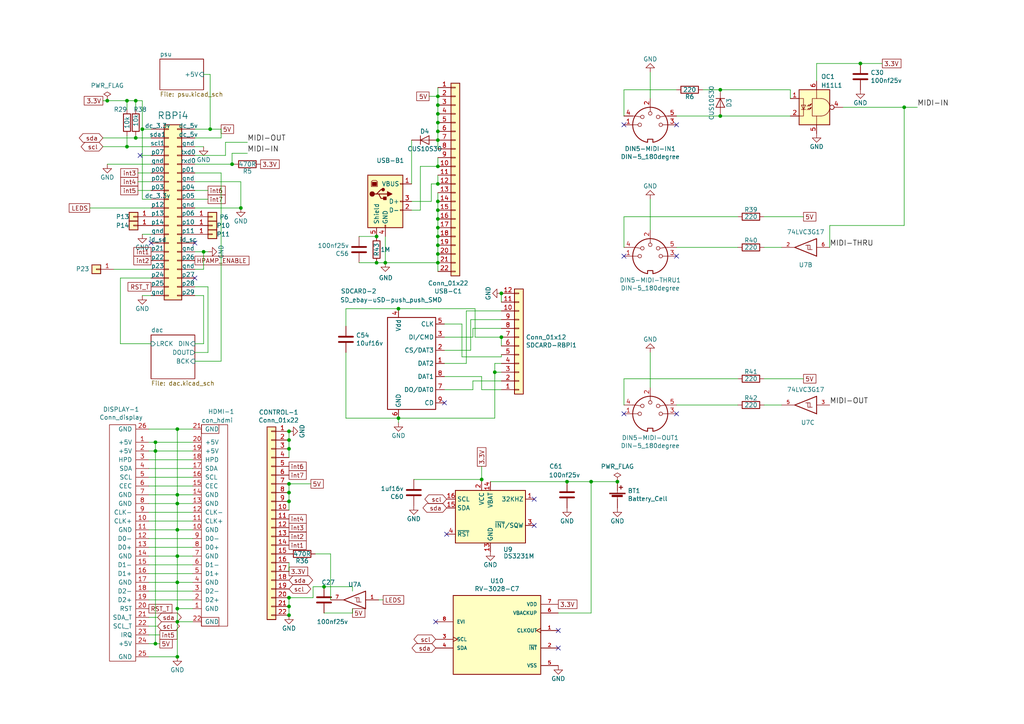
<source format=kicad_sch>
(kicad_sch (version 20211123) (generator eeschema)
  (paper "A4")
  (junction (at 83.82 130.175))
  (junction (at 179.07 139.7))
  (junction (at 127 60.96))
  (junction (at 127 40.64))
  (junction (at 67.31 47.625))
  (junction (at 31.115 29.21))
  (junction (at 115.57 89.535))
  (junction (at 164.465 139.7))
  (junction (at 45.085 186.69))
  (junction (at 45.085 128.27))
  (junction (at 51.435 124.46))
  (junction (at 51.435 161.29))
  (junction (at 208.915 33.655))
  (junction (at 51.435 176.53))
  (junction (at 51.435 180.34))
  (junction (at 36.83 29.21))
  (junction (at 51.435 168.91))
  (junction (at 83.82 125.095))
  (junction (at 127 38.1))
  (junction (at 127 33.02))
  (junction (at 83.82 127.635))
  (junction (at 39.37 29.21))
  (junction (at 36.83 42.545))
  (junction (at 41.275 37.465))
  (junction (at 262.255 31.115))
  (junction (at 127 63.5))
  (junction (at 143.51 107.95))
  (junction (at 83.82 145.415))
  (junction (at 60.96 37.465))
  (junction (at 208.915 26.035))
  (junction (at 51.435 143.51))
  (junction (at 83.82 142.875))
  (junction (at 171.45 139.7))
  (junction (at 115.57 121.285))
  (junction (at 127 53.34))
  (junction (at 109.22 76.2))
  (junction (at 93.98 170.18))
  (junction (at 83.82 175.895))
  (junction (at 139.7 139.065))
  (junction (at 51.435 153.67))
  (junction (at 127 35.56))
  (junction (at 127 68.58))
  (junction (at 127 58.42))
  (junction (at 145.415 85.09))
  (junction (at 109.22 68.58))
  (junction (at 83.82 178.435))
  (junction (at 127 73.66))
  (junction (at 127 76.2))
  (junction (at 83.82 173.355))
  (junction (at 69.85 60.325))
  (junction (at 127 48.26))
  (junction (at 145.415 97.79))
  (junction (at 111.76 76.2))
  (junction (at 83.82 140.335))
  (junction (at 51.435 190.5))
  (junction (at 45.085 130.81))
  (junction (at 249.555 18.415))
  (junction (at 127 30.48))
  (junction (at 127 71.12))
  (junction (at 59.055 73.025))
  (junction (at 51.435 146.05))
  (junction (at 127 66.04))
  (junction (at 127 27.94))
  (junction (at 39.37 40.005))
  (no_connect (at 180.975 74.295))
  (no_connect (at 196.215 74.295))
  (no_connect (at 154.94 152.4))
  (no_connect (at 154.94 144.78))
  (no_connect (at 196.215 36.195))
  (no_connect (at 129.54 154.94))
  (no_connect (at 180.975 36.195))
  (no_connect (at 126.365 180.34))
  (no_connect (at 40.64 45.085))
  (no_connect (at 56.515 70.485))
  (no_connect (at 161.925 187.96))
  (no_connect (at 161.925 182.88))
  (no_connect (at 56.515 80.645))
  (no_connect (at 43.815 70.485))
  (no_connect (at 180.975 120.015))
  (no_connect (at 128.905 116.84))
  (no_connect (at 196.215 120.015))
  (wire (pts (xy 69.85 52.705) (xy 69.85 60.325)))
  (wire (pts (xy 60.96 37.465) (xy 60.96 21.59)))
  (wire (pts (xy 208.915 33.655) (xy 229.235 33.655)))
  (wire (pts (xy 45.085 128.27) (xy 55.88 128.27)))
  (wire (pts (xy 125.095 58.42) (xy 125.095 53.34)))
  (wire (pts (xy 43.18 186.69) (xy 45.085 186.69)))
  (wire (pts (xy 244.475 31.115) (xy 262.255 31.115)))
  (wire (pts (xy 145.415 100.33) (xy 145.415 97.79)))
  (wire (pts (xy 171.45 139.7) (xy 179.07 139.7)))
  (wire (pts (xy 83.82 173.355) (xy 90.805 173.355)))
  (wire (pts (xy 213.995 109.855) (xy 180.975 109.855)))
  (wire (pts (xy 127 63.5) (xy 127 66.04)))
  (wire (pts (xy 226.695 117.475) (xy 221.615 117.475)))
  (wire (pts (xy 45.72 179.07) (xy 43.18 179.07)))
  (wire (pts (xy 43.18 135.89) (xy 55.88 135.89)))
  (wire (pts (xy 127 71.12) (xy 127 73.66)))
  (wire (pts (xy 135.255 105.41) (xy 135.255 90.17)))
  (wire (pts (xy 40.005 55.245) (xy 43.815 55.245)))
  (wire (pts (xy 262.255 31.115) (xy 266.065 31.115)))
  (wire (pts (xy 36.83 31.75) (xy 36.83 29.21)))
  (wire (pts (xy 56.515 45.085) (xy 65.405 45.085)))
  (wire (pts (xy 41.275 37.465) (xy 41.275 57.785)))
  (wire (pts (xy 45.085 186.69) (xy 46.355 186.69)))
  (wire (pts (xy 67.31 44.45) (xy 67.31 47.625)))
  (wire (pts (xy 125.095 53.34) (xy 127 53.34)))
  (wire (pts (xy 203.835 26.035) (xy 208.915 26.035)))
  (wire (pts (xy 145.415 113.03) (xy 139.7 113.03)))
  (wire (pts (xy 128.905 97.79) (xy 137.16 97.79)))
  (wire (pts (xy 119.38 40.64) (xy 119.38 53.34)))
  (wire (pts (xy 43.18 168.91) (xy 51.435 168.91)))
  (wire (pts (xy 51.435 180.34) (xy 51.435 190.5)))
  (wire (pts (xy 145.415 110.49) (xy 137.16 110.49)))
  (wire (pts (xy 56.515 57.785) (xy 60.325 57.785)))
  (wire (pts (xy 39.37 29.21) (xy 41.275 29.21)))
  (wire (pts (xy 60.325 83.185) (xy 56.515 83.185)))
  (wire (pts (xy 119.38 60.96) (xy 121.92 60.96)))
  (wire (pts (xy 45.72 181.61) (xy 43.18 181.61)))
  (wire (pts (xy 43.18 151.13) (xy 55.88 151.13)))
  (wire (pts (xy 196.215 117.475) (xy 213.995 117.475)))
  (wire (pts (xy 100.33 121.285) (xy 115.57 121.285)))
  (wire (pts (xy 188.595 28.575) (xy 188.595 20.955)))
  (wire (pts (xy 56.515 85.725) (xy 59.055 85.725)))
  (wire (pts (xy 111.76 76.2) (xy 127 76.2)))
  (wire (pts (xy 249.555 18.415) (xy 255.905 18.415)))
  (wire (pts (xy 65.405 41.275) (xy 71.755 41.275)))
  (wire (pts (xy 137.795 89.535) (xy 137.795 97.79)))
  (wire (pts (xy 136.525 101.6) (xy 136.525 92.71)))
  (wire (pts (xy 143.51 107.95) (xy 143.51 105.41)))
  (wire (pts (xy 124.46 27.94) (xy 127 27.94)))
  (wire (pts (xy 41.275 37.465) (xy 43.815 37.465)))
  (wire (pts (xy 45.085 186.69) (xy 45.085 130.81)))
  (wire (pts (xy 43.815 42.545) (xy 36.83 42.545)))
  (wire (pts (xy 213.995 62.865) (xy 180.975 62.865)))
  (wire (pts (xy 102.235 170.18) (xy 102.235 171.45)))
  (wire (pts (xy 51.435 143.51) (xy 51.435 146.05)))
  (wire (pts (xy 43.18 146.05) (xy 51.435 146.05)))
  (wire (pts (xy 83.82 173.355) (xy 83.82 175.895)))
  (wire (pts (xy 115.57 89.535) (xy 137.795 89.535)))
  (wire (pts (xy 36.83 29.21) (xy 39.37 29.21)))
  (wire (pts (xy 51.435 168.91) (xy 55.88 168.91)))
  (wire (pts (xy 51.435 146.05) (xy 55.88 146.05)))
  (wire (pts (xy 115.57 121.285) (xy 115.57 122.555)))
  (wire (pts (xy 119.38 58.42) (xy 125.095 58.42)))
  (wire (pts (xy 51.435 124.46) (xy 51.435 143.51)))
  (wire (pts (xy 59.055 73.025) (xy 60.325 73.025)))
  (wire (pts (xy 127 33.02) (xy 127 30.48)))
  (wire (pts (xy 102.235 176.53) (xy 102.235 177.8)))
  (wire (pts (xy 127 38.1) (xy 127 35.56)))
  (wire (pts (xy 43.815 85.725) (xy 41.275 85.725)))
  (wire (pts (xy 43.18 143.51) (xy 51.435 143.51)))
  (wire (pts (xy 56.515 60.325) (xy 69.85 60.325)))
  (wire (pts (xy 60.96 37.465) (xy 64.135 37.465)))
  (wire (pts (xy 60.96 21.59) (xy 59.055 21.59)))
  (wire (pts (xy 43.18 156.21) (xy 55.88 156.21)))
  (wire (pts (xy 64.135 104.775) (xy 56.515 104.775)))
  (wire (pts (xy 56.515 37.465) (xy 60.96 37.465)))
  (wire (pts (xy 45.085 130.81) (xy 55.88 130.81)))
  (wire (pts (xy 127 40.64) (xy 127 38.1)))
  (wire (pts (xy 51.435 161.29) (xy 55.88 161.29)))
  (wire (pts (xy 43.18 158.75) (xy 55.88 158.75)))
  (wire (pts (xy 71.755 44.45) (xy 67.31 44.45)))
  (wire (pts (xy 127 55.88) (xy 127 58.42)))
  (wire (pts (xy 127 66.04) (xy 127 68.58)))
  (wire (pts (xy 51.435 153.67) (xy 51.435 161.29)))
  (wire (pts (xy 56.515 55.245) (xy 60.325 55.245)))
  (wire (pts (xy 60.325 102.235) (xy 60.325 83.185)))
  (wire (pts (xy 36.83 39.37) (xy 36.83 42.545)))
  (wire (pts (xy 180.975 62.865) (xy 180.975 71.755)))
  (wire (pts (xy 33.02 78.105) (xy 43.815 78.105)))
  (wire (pts (xy 133.985 93.98) (xy 133.985 103.505)))
  (wire (pts (xy 128.905 93.98) (xy 133.985 93.98)))
  (wire (pts (xy 83.82 125.095) (xy 83.82 127.635)))
  (wire (pts (xy 128.905 101.6) (xy 136.525 101.6)))
  (wire (pts (xy 59.055 78.105) (xy 59.055 73.025)))
  (wire (pts (xy 139.7 135.255) (xy 139.7 139.065)))
  (wire (pts (xy 83.82 127.635) (xy 83.82 130.175)))
  (wire (pts (xy 137.16 97.79) (xy 137.16 95.25)))
  (wire (pts (xy 51.435 190.5) (xy 43.18 190.5)))
  (wire (pts (xy 59.055 85.725) (xy 59.055 99.695)))
  (wire (pts (xy 139.7 113.03) (xy 139.7 109.22)))
  (wire (pts (xy 135.255 90.17) (xy 145.415 90.17)))
  (wire (pts (xy 83.82 163.195) (xy 83.82 165.735)))
  (wire (pts (xy 127 78.74) (xy 127 76.2)))
  (wire (pts (xy 145.415 107.95) (xy 143.51 107.95)))
  (wire (pts (xy 240.665 71.755) (xy 240.665 65.405)))
  (wire (pts (xy 43.18 163.83) (xy 55.88 163.83)))
  (wire (pts (xy 43.815 60.325) (xy 26.035 60.325)))
  (wire (pts (xy 43.815 67.945) (xy 41.275 67.945)))
  (wire (pts (xy 180.975 26.035) (xy 180.975 33.655)))
  (wire (pts (xy 127 27.94) (xy 127 25.4)))
  (wire (pts (xy 143.51 121.285) (xy 143.51 107.95)))
  (wire (pts (xy 127 35.56) (xy 127 33.02)))
  (wire (pts (xy 36.83 42.545) (xy 29.845 42.545)))
  (wire (pts (xy 90.805 170.18) (xy 93.98 170.18)))
  (wire (pts (xy 43.18 173.99) (xy 55.88 173.99)))
  (wire (pts (xy 127 30.48) (xy 127 27.94)))
  (wire (pts (xy 127 53.34) (xy 127 50.8)))
  (wire (pts (xy 171.45 139.7) (xy 171.45 177.8)))
  (wire (pts (xy 262.255 65.405) (xy 262.255 31.115)))
  (wire (pts (xy 31.115 47.625) (xy 43.815 47.625)))
  (wire (pts (xy 56.515 50.165) (xy 64.135 50.165)))
  (wire (pts (xy 137.16 113.03) (xy 128.905 113.03)))
  (wire (pts (xy 171.45 177.8) (xy 161.925 177.8)))
  (wire (pts (xy 56.515 52.705) (xy 69.85 52.705)))
  (wire (pts (xy 51.435 168.91) (xy 51.435 176.53)))
  (wire (pts (xy 43.18 153.67) (xy 51.435 153.67)))
  (wire (pts (xy 137.16 110.49) (xy 137.16 113.03)))
  (wire (pts (xy 43.18 161.29) (xy 51.435 161.29)))
  (wire (pts (xy 40.64 45.085) (xy 43.815 45.085)))
  (wire (pts (xy 43.815 57.785) (xy 41.275 57.785)))
  (wire (pts (xy 188.595 112.395) (xy 188.595 102.235)))
  (wire (pts (xy 43.18 133.35) (xy 55.88 133.35)))
  (wire (pts (xy 221.615 71.755) (xy 226.695 71.755)))
  (wire (pts (xy 43.18 124.46) (xy 51.435 124.46)))
  (wire (pts (xy 139.7 109.22) (xy 128.905 109.22)))
  (wire (pts (xy 137.795 97.79) (xy 145.415 97.79)))
  (wire (pts (xy 100.33 102.235) (xy 100.33 121.285)))
  (wire (pts (xy 196.215 26.035) (xy 180.975 26.035)))
  (wire (pts (xy 127 43.18) (xy 127 40.64)))
  (wire (pts (xy 43.18 184.15) (xy 46.355 184.15)))
  (wire (pts (xy 83.82 145.415) (xy 83.82 147.955)))
  (wire (pts (xy 56.515 42.545) (xy 59.055 42.545)))
  (wire (pts (xy 43.18 148.59) (xy 55.88 148.59)))
  (wire (pts (xy 127 58.42) (xy 127 60.96)))
  (wire (pts (xy 115.57 121.285) (xy 143.51 121.285)))
  (wire (pts (xy 93.98 177.8) (xy 102.235 177.8)))
  (wire (pts (xy 39.37 31.75) (xy 39.37 29.21)))
  (wire (pts (xy 65.405 45.085) (xy 65.405 41.275)))
  (wire (pts (xy 164.465 139.7) (xy 171.45 139.7)))
  (wire (pts (xy 83.82 130.175) (xy 83.82 132.715)))
  (wire (pts (xy 83.82 140.335) (xy 83.82 142.875)))
  (wire (pts (xy 59.055 99.695) (xy 56.515 99.695)))
  (wire (pts (xy 128.905 105.41) (xy 135.255 105.41)))
  (wire (pts (xy 56.515 102.235) (xy 60.325 102.235)))
  (wire (pts (xy 83.82 142.875) (xy 83.82 145.415)))
  (wire (pts (xy 133.985 103.505) (xy 145.415 103.505)))
  (wire (pts (xy 56.515 73.025) (xy 59.055 73.025)))
  (wire (pts (xy 39.37 40.005) (xy 29.845 40.005)))
  (wire (pts (xy 43.18 128.27) (xy 45.085 128.27)))
  (wire (pts (xy 40.005 52.705) (xy 43.815 52.705)))
  (wire (pts (xy 100.33 94.615) (xy 100.33 89.535)))
  (wire (pts (xy 90.17 140.335) (xy 83.82 140.335)))
  (wire (pts (xy 83.82 175.895) (xy 83.82 178.435)))
  (wire (pts (xy 64.135 50.165) (xy 64.135 104.775)))
  (wire (pts (xy 51.435 143.51) (xy 55.88 143.51)))
  (wire (pts (xy 34.925 80.645) (xy 34.925 99.695)))
  (wire (pts (xy 64.135 40.005) (xy 56.515 40.005)))
  (wire (pts (xy 127 68.58) (xy 127 71.12)))
  (wire (pts (xy 229.235 26.035) (xy 229.235 28.575)))
  (wire (pts (xy 51.435 124.46) (xy 55.88 124.46)))
  (wire (pts (xy 36.83 29.21) (xy 31.115 29.21)))
  (wire (pts (xy 139.7 139.065) (xy 139.7 139.7)))
  (wire (pts (xy 142.24 139.7) (xy 164.465 139.7)))
  (wire (pts (xy 51.435 153.67) (xy 55.88 153.67)))
  (wire (pts (xy 51.435 176.53) (xy 51.435 180.34)))
  (wire (pts (xy 127 48.26) (xy 127 45.72)))
  (wire (pts (xy 136.525 92.71) (xy 145.415 92.71)))
  (wire (pts (xy 221.615 109.855) (xy 233.045 109.855)))
  (wire (pts (xy 41.275 29.21) (xy 41.275 37.465)))
  (wire (pts (xy 40.005 50.165) (xy 43.815 50.165)))
  (wire (pts (xy 208.915 26.035) (xy 229.235 26.035)))
  (wire (pts (xy 43.18 171.45) (xy 55.88 171.45)))
  (wire (pts (xy 43.815 99.695) (xy 34.925 99.695)))
  (wire (pts (xy 213.995 71.755) (xy 196.215 71.755)))
  (wire (pts (xy 180.975 109.855) (xy 180.975 117.475)))
  (wire (pts (xy 143.51 105.41) (xy 145.415 105.41)))
  (wire (pts (xy 95.885 160.655) (xy 95.885 173.99)))
  (wire (pts (xy 64.135 37.465) (xy 64.135 40.005)))
  (wire (pts (xy 121.92 48.26) (xy 127 48.26)))
  (wire (pts (xy 120.015 139.065) (xy 139.7 139.065)))
  (wire (pts (xy 43.815 40.005) (xy 39.37 40.005)))
  (wire (pts (xy 51.435 180.34) (xy 55.88 180.34)))
  (wire (pts (xy 43.815 80.645) (xy 34.925 80.645)))
  (wire (pts (xy 31.115 29.21) (xy 29.845 29.21)))
  (wire (pts (xy 127 76.2) (xy 127 73.66)))
  (wire (pts (xy 196.215 33.655) (xy 208.915 33.655)))
  (wire (pts (xy 51.435 161.29) (xy 51.435 168.91)))
  (wire (pts (xy 91.44 160.655) (xy 95.885 160.655)))
  (wire (pts (xy 43.18 166.37) (xy 55.88 166.37)))
  (wire (pts (xy 56.515 47.625) (xy 67.31 47.625)))
  (wire (pts (xy 145.415 103.505) (xy 145.415 102.87)))
  (wire (pts (xy 188.595 66.675) (xy 188.595 57.785)))
  (wire (pts (xy 104.14 76.2) (xy 109.22 76.2)))
  (wire (pts (xy 240.665 65.405) (xy 262.255 65.405)))
  (wire (pts (xy 100.33 89.535) (xy 115.57 89.535)))
  (wire (pts (xy 221.615 62.865) (xy 233.045 62.865)))
  (wire (pts (xy 43.18 140.97) (xy 55.88 140.97)))
  (wire (pts (xy 121.92 60.96) (xy 121.92 48.26)))
  (wire (pts (xy 43.18 138.43) (xy 55.88 138.43)))
  (wire (pts (xy 109.855 173.99) (xy 111.125 173.99)))
  (wire (pts (xy 67.31 47.625) (xy 67.945 47.625)))
  (wire (pts (xy 236.855 18.415) (xy 249.555 18.415)))
  (wire (pts (xy 236.855 23.495) (xy 236.855 18.415)))
  (wire (pts (xy 93.98 170.18) (xy 102.235 170.18)))
  (wire (pts (xy 137.16 95.25) (xy 145.415 95.25)))
  (wire (pts (xy 127 60.96) (xy 127 63.5)))
  (wire (pts (xy 145.415 87.63) (xy 145.415 85.09)))
  (wire (pts (xy 51.435 146.05) (xy 51.435 153.67)))
  (wire (pts (xy 56.515 78.105) (xy 59.055 78.105)))
  (wire (pts (xy 111.76 68.58) (xy 111.76 76.2)))
  (wire (pts (xy 109.22 68.58) (xy 104.14 68.58)))
  (wire (pts (xy 43.18 130.81) (xy 45.085 130.81)))
  (wire (pts (xy 90.805 173.355) (xy 90.805 170.18)))
  (wire (pts (xy 39.37 39.37) (xy 39.37 40.005)))
  (wire (pts (xy 45.085 130.81) (xy 45.085 128.27)))
  (wire (pts (xy 109.22 76.2) (xy 111.76 76.2)))
  (wire (pts (xy 51.435 176.53) (xy 55.88 176.53)))
  (label "MIDI-THRU" (at 240.665 71.755 0) (effects (font (size 1.524 1.524))))
  (label "MIDI-IN" (at 266.065 31.115 0) (effects (font (size 1.524 1.524))))
  (label "MIDI-OUT" (at 240.665 117.475 0) (effects (font (size 1.524 1.524))))
  (label "MIDI-IN" (at 71.755 44.45 0) (effects (font (size 1.524 1.524))))
  (label "MIDI-OUT" (at 71.755 41.275 0) (effects (font (size 1.524 1.524))))
  (global_label "sda" (shape bidirectional) (at 29.845 40.005 180) (property "Referencias entre hojas" "${INTERSHEET_REFS}" (effects hide)))
  (global_label "int4" (shape passive) (at 40.005 52.705 180) (property "Referencias entre hojas" "${INTERSHEET_REFS}" (effects hide)))
  (global_label "int2" (shape passive) (at 83.82 155.575 0) (property "Referencias entre hojas" "${INTERSHEET_REFS}" (effects hide)))
  (global_label "3.3V" (shape passive) (at 161.925 175.26 0) (property "Referencias entre hojas" "${INTERSHEET_REFS}" (effects hide)))
  (global_label "int3" (shape passive) (at 40.005 50.165 180) (property "Referencias entre hojas" "${INTERSHEET_REFS}" (effects hide)))
  (global_label "int3" (shape passive) (at 83.82 153.035 0) (property "Referencias entre hojas" "${INTERSHEET_REFS}" (effects hide)))
  (global_label "5V" (shape passive) (at 64.135 37.465 0) (property "Referencias entre hojas" "${INTERSHEET_REFS}" (effects hide)))
  (global_label "int6" (shape passive) (at 83.82 135.255 0) (property "Referencias entre hojas" "${INTERSHEET_REFS}" (effects hide)))
  (global_label "int7" (shape passive) (at 83.82 137.795 0) (property "Referencias entre hojas" "${INTERSHEET_REFS}" (effects hide)))
  (global_label "int1" (shape passive) (at 83.82 158.115 0) (property "Referencias entre hojas" "${INTERSHEET_REFS}" (effects hide)))
  (global_label "int7" (shape passive) (at 60.325 57.785 0) (property "Referencias entre hojas" "${INTERSHEET_REFS}" (effects hide)))
  (global_label "5V" (shape passive) (at 124.46 27.94 180) (property "Referencias entre hojas" "${INTERSHEET_REFS}" (effects hide)))
  (global_label "5V" (shape passive) (at 233.045 109.855 0) (property "Referencias entre hojas" "${INTERSHEET_REFS}" (effects hide)))
  (global_label "5V" (shape passive) (at 90.17 140.335 0) (property "Referencias entre hojas" "${INTERSHEET_REFS}" (effects hide)))
  (global_label "int5" (shape passive) (at 40.005 55.245 180) (property "Referencias entre hojas" "${INTERSHEET_REFS}" (effects hide)))
  (global_label "RST_T" (shape passive) (at 43.815 83.185 180) (property "Referencias entre hojas" "${INTERSHEET_REFS}" (effects hide)))
  (global_label "5V" (shape passive) (at 102.235 177.8 0) (property "Referencias entre hojas" "${INTERSHEET_REFS}" (effects hide)))
  (global_label "3.3V" (shape passive) (at 29.845 29.21 180) (property "Referencias entre hojas" "${INTERSHEET_REFS}" (effects hide)))
  (global_label "scl" (shape bidirectional) (at 29.845 42.545 180) (property "Referencias entre hojas" "${INTERSHEET_REFS}" (effects hide)))
  (global_label "sda" (shape bidirectional) (at 126.365 187.96 180) (property "Referencias entre hojas" "${INTERSHEET_REFS}" (effects hide)))
  (global_label "LEDS" (shape passive) (at 111.125 173.99 0) (property "Referencias entre hojas" "${INTERSHEET_REFS}" (effects hide)))
  (global_label "sda" (shape bidirectional) (at 83.82 168.275 0) (property "Referencias entre hojas" "${INTERSHEET_REFS}" (effects hide)))
  (global_label "3.3V" (shape passive) (at 83.82 165.735 0) (property "Referencias entre hojas" "${INTERSHEET_REFS}" (effects hide)))
  (global_label "int6" (shape passive) (at 60.325 55.245 0) (property "Referencias entre hojas" "${INTERSHEET_REFS}" (effects hide)))
  (global_label "3.3V" (shape passive) (at 139.7 135.255 90) (property "Referencias entre hojas" "${INTERSHEET_REFS}" (effects hide)))
  (global_label "LEDS" (shape passive) (at 26.035 60.325 180) (property "Referencias entre hojas" "${INTERSHEET_REFS}" (effects hide)))
  (global_label "int2" (shape passive) (at 43.815 75.565 180) (property "Referencias entre hojas" "${INTERSHEET_REFS}" (effects hide)))
  (global_label "RST_T" (shape passive) (at 43.18 176.53 0) (property "Referencias entre hojas" "${INTERSHEET_REFS}" (effects hide)))
  (global_label "5V" (shape passive) (at 233.045 62.865 0) (property "Referencias entre hojas" "${INTERSHEET_REFS}" (effects hide)))
  (global_label "3.3V" (shape passive) (at 75.565 47.625 0) (property "Referencias entre hojas" "${INTERSHEET_REFS}" (effects hide)))
  (global_label "scl" (shape bidirectional) (at 126.365 185.42 180) (property "Referencias entre hojas" "${INTERSHEET_REFS}" (effects hide)))
  (global_label "int5" (shape passive) (at 46.355 184.15 0) (property "Referencias entre hojas" "${INTERSHEET_REFS}" (effects hide)))
  (global_label "int1" (shape passive) (at 43.815 73.025 180) (property "Referencias entre hojas" "${INTERSHEET_REFS}" (effects hide)))
  (global_label "HPAMP_ENABLE" (shape passive) (at 56.515 75.565 0) (property "Referencias entre hojas" "${INTERSHEET_REFS}" (effects hide)))
  (global_label "scl" (shape bidirectional) (at 129.54 144.78 180) (property "Referencias entre hojas" "${INTERSHEET_REFS}" (effects hide)))
  (global_label "3.3V" (shape passive) (at 255.905 18.415 0) (property "Referencias entre hojas" "${INTERSHEET_REFS}" (effects hide)))
  (global_label "sda" (shape bidirectional) (at 45.72 179.07 0) (property "Referencias entre hojas" "${INTERSHEET_REFS}" (effects hide)))
  (global_label "scl" (shape bidirectional) (at 45.72 181.61 0) (property "Referencias entre hojas" "${INTERSHEET_REFS}" (effects hide)))
  (global_label "int4" (shape passive) (at 83.82 150.495 0) (property "Referencias entre hojas" "${INTERSHEET_REFS}" (effects hide)))
  (global_label "sda" (shape bidirectional) (at 129.54 147.32 180) (property "Referencias entre hojas" "${INTERSHEET_REFS}" (effects hide)))
  (global_label "scl" (shape bidirectional) (at 83.82 170.815 0) (property "Referencias entre hojas" "${INTERSHEET_REFS}" (effects hide)))
  (global_label "5V" (shape passive) (at 46.355 186.69 0) (property "Referencias entre hojas" "${INTERSHEET_REFS}" (effects hide)))
  (symbol (lib_id "zynthian_zynaptik-rescue:GND-power1-zynthian_zynaptik-rescue") (at 59.055 42.545 0) (unit 1)
    (property "Reference" "#PWR09" (effects hide))
    (property "Value" "GND" (at 59.055 46.355 0))
  )
  (symbol (lib_id "zynthian_zynaptik-rescue:GND-power1-zynthian_zynaptik-rescue") (at 69.85 60.325 0) (unit 1)
    (property "Reference" "#PWR011" (effects hide))
    (property "Value" "GND" (at 69.85 64.135 0))
  )
  (symbol (lib_id "zynthian_zynaptik-rescue:GND-power1-zynthian_zynaptik-rescue") (at 60.325 73.025 90) (unit 1)
    (property "Reference" "#PWR012" (effects hide))
    (property "Value" "GND" (at 64.135 73.025 0))
  )
  (symbol (lib_id "zynthian_zynaptik-rescue:GND-power1-zynthian_zynaptik-rescue") (at 31.115 47.625 0) (unit 1)
    (property "Reference" "#PWR06" (effects hide))
    (property "Value" "GND" (at 31.115 51.435 0))
  )
  (symbol (lib_id "zynthian_zynaptik-rescue:GND-power1-zynthian_zynaptik-rescue") (at 41.275 67.945 0) (unit 1)
    (property "Reference" "#PWR07" (effects hide))
    (property "Value" "GND" (at 41.275 71.755 0))
  )
  (symbol (lib_id "zynthian_zynaptik-rescue:GND-power1-zynthian_zynaptik-rescue") (at 41.275 85.725 0) (unit 1)
    (property "Reference" "#PWR08" (effects hide))
    (property "Value" "GND" (at 41.275 89.535 0))
  )
  (symbol (lib_id "zynthian_zynaptik-rescue:H11L1-opto-zynthian_zynaptik-rescue") (at 236.855 31.115 0) (unit 1)
    (property "Reference" "OC1" (at 238.125 22.225 0) (effects (justify left)))
    (property "Value" "H11L1" (at 238.125 24.765 0) (effects (justify left)))
    (property "Footprint" "Package_DIP:DIP-6_W8.89mm_SMDSocket_LongPads" (effects hide))
  )
  (symbol (lib_id "zynthian_zynaptik-rescue:D-device-zynthian_zynaptik-rescue") (at 208.915 29.845 270) (unit 1)
    (property "Reference" "D3" (at 211.455 29.845 0))
    (property "Value" "CUS10S30" (at 206.375 29.845 0))
    (property "Footprint" "Z2:CUS10S30" (effects hide))
  )
  (symbol (lib_id "zynthian_zynaptik-rescue:R-device-zynthian_zynaptik-rescue") (at 200.025 26.035 270) (unit 1)
    (property "Reference" "R6" (at 200.025 28.067 90))
    (property "Value" "220" (at 200.025 26.035 90))
    (property "Footprint" "Resistor_SMD:R_0805_2012Metric" (effects hide))
  )
  (symbol (lib_id "zynthian_zynaptik-rescue:GND-power1-zynthian_zynaptik-rescue") (at 236.855 38.735 0) (unit 1)
    (property "Reference" "#PWR025" (effects hide))
    (property "Value" "GND" (at 236.855 42.545 0))
  )
  (symbol (lib_id "zynthian_zynaptik-rescue:GND-power1-zynthian_zynaptik-rescue") (at 249.555 26.035 0) (unit 1)
    (property "Reference" "#PWR026" (effects hide))
    (property "Value" "GND" (at 249.555 29.845 0))
  )
  (symbol (lib_id "zynthian_zynaptik-rescue:R-device-zynthian_zynaptik-rescue") (at 71.755 47.625 270) (unit 1)
    (property "Reference" "R5" (at 71.755 49.657 90))
    (property "Value" "470R" (at 71.755 47.625 90))
    (property "Footprint" "Resistor_SMD:R_0402_1005Metric" (effects hide))
  )
  (symbol (lib_id "zynthian_zynaptik-rescue:R-device-zynthian_zynaptik-rescue") (at 217.805 71.755 90) (unit 1)
    (property "Reference" "R40" (at 217.805 69.723 90))
    (property "Value" "220" (at 217.805 71.755 90))
    (property "Footprint" "Resistor_SMD:R_0805_2012Metric" (effects hide))
  )
  (symbol (lib_id "zynthian_zynaptik-rescue:R-device-zynthian_zynaptik-rescue") (at 217.805 62.865 90) (unit 1)
    (property "Reference" "R39" (at 217.805 60.833 90))
    (property "Value" "220" (at 217.805 62.865 90))
    (property "Footprint" "Resistor_SMD:R_0805_2012Metric" (effects hide))
  )
  (symbol (lib_id "zynthian_zynaptik-rescue:R-device-zynthian_zynaptik-rescue") (at 217.805 117.475 90) (unit 1)
    (property "Reference" "R42" (at 217.805 115.443 90))
    (property "Value" "220" (at 217.805 117.475 90))
    (property "Footprint" "Resistor_SMD:R_0805_2012Metric" (effects hide))
  )
  (symbol (lib_id "zynthian_zynaptik-rescue:R-device-zynthian_zynaptik-rescue") (at 217.805 109.855 90) (unit 1)
    (property "Reference" "R41" (at 217.805 107.823 90))
    (property "Value" "220" (at 217.805 109.855 90))
    (property "Footprint" "Resistor_SMD:R_0805_2012Metric" (effects hide))
  )
  (symbol (lib_id "Connector:DIN-5_180degree") (at 188.595 36.195 0) (unit 1)
    (property "Reference" "DIN5-MIDI-IN1" (at 188.595 43.1546 0))
    (property "Value" "DIN-5_180degree" (at 188.595 45.466 0))
    (property "Footprint" "Z2:MIDI_DIN5" (effects hide))
    (property "Datasheet" "http://www.mouser.com/ds/2/18/40_c091_abd_e-75918.pdf" (effects hide))
  )
  (symbol (lib_id "zynthian_zynaptik-rescue:GND-power1-zynthian_zynaptik-rescue") (at 188.595 20.955 180) (unit 1)
    (property "Reference" "#PWR016" (effects hide))
    (property "Value" "GND" (at 188.595 17.145 0))
  )
  (symbol (lib_id "Connector:DIN-5_180degree") (at 188.595 74.295 0) (unit 1)
    (property "Reference" "DIN5-MIDI-THRU1" (at 188.595 81.2546 0))
    (property "Value" "DIN-5_180degree" (at 188.595 83.566 0))
    (property "Footprint" "Z2:MIDI_DIN5" (effects hide))
    (property "Datasheet" "http://www.mouser.com/ds/2/18/40_c091_abd_e-75918.pdf" (effects hide))
  )
  (symbol (lib_id "zynthian_zynaptik-rescue:GND-power1-zynthian_zynaptik-rescue") (at 188.595 57.785 180) (unit 1)
    (property "Reference" "#PWR017" (effects hide))
    (property "Value" "GND" (at 188.595 53.975 0))
  )
  (symbol (lib_id "Connector:DIN-5_180degree") (at 188.595 120.015 0) (unit 1)
    (property "Reference" "DIN5-MIDI-OUT1" (at 188.595 126.9746 0))
    (property "Value" "DIN-5_180degree" (at 188.595 129.286 0))
    (property "Footprint" "Z2:MIDI_DIN5" (effects hide))
    (property "Datasheet" "http://www.mouser.com/ds/2/18/40_c091_abd_e-75918.pdf" (effects hide))
  )
  (symbol (lib_id "zynthian_zynaptik-rescue:GND-power1-zynthian_zynaptik-rescue") (at 188.595 102.235 180) (unit 1)
    (property "Reference" "#PWR018" (effects hide))
    (property "Value" "GND" (at 188.595 98.425 0))
  )
  (symbol (lib_id "power:PWR_FLAG") (at 31.115 29.21 0) (unit 1)
    (property "Reference" "#FLG0101" (effects hide))
    (property "Value" "PWR_FLAG" (at 31.115 24.8158 0))
  )
  (symbol (lib_id "Device:C") (at 249.555 22.225 0) (unit 1)
    (property "Reference" "C30" (at 252.476 21.0566 0) (effects (justify left)))
    (property "Value" "100nf25v" (at 252.476 23.368 0) (effects (justify left)))
    (property "Footprint" "Capacitor_SMD:C_0402_1005Metric" (effects hide))
  )
  (symbol (lib_id "Device:R") (at 36.83 35.56 0) (unit 1)
    (property "Reference" "R29" (at 34.925 31.75 0))
    (property "Value" "10k" (at 36.83 35.56 90))
    (property "Footprint" "Resistor_SMD:R_0402_1005Metric" (effects hide))
  )
  (symbol (lib_id "Device:R") (at 39.37 35.56 0) (unit 1)
    (property "Reference" "R38" (at 40.64 31.75 0))
    (property "Value" "10k" (at 39.37 34.925 90))
    (property "Footprint" "Resistor_SMD:R_0402_1005Metric" (effects hide))
  )
  (symbol (lib_id "74xGxx:74LVC3G17") (at 233.045 71.755 180) (unit 2)
    (property "Reference" "U7" (at 233.68 76.835 0))
    (property "Value" "74LVC3G17" (at 233.68 67.2846 0))
    (property "Footprint" "Package_SO:SSOP-8_2.95x2.8mm_P0.65mm" (effects hide))
    (property "Datasheet" "http://www.ti.com/lit/sg/scyt129e/scyt129e.pdf" (effects hide))
  )
  (symbol (lib_id "74xGxx:74LVC3G17") (at 233.045 117.475 180) (unit 3)
    (property "Reference" "U7" (at 234.315 122.555 0))
    (property "Value" "74LVC3G17" (at 233.68 113.0046 0))
    (property "Footprint" "Package_SO:SSOP-8_2.95x2.8mm_P0.65mm" (effects hide))
    (property "Datasheet" "http://www.ti.com/lit/sg/scyt129e/scyt129e.pdf" (effects hide))
  )
  (symbol (lib_id "zynthian_zynaptik-rescue:GND-power1-zynthian_zynaptik-rescue") (at 145.415 85.09 270) (unit 1)
    (property "Reference" "#PWR0104" (effects hide))
    (property "Value" "GND" (at 141.605 85.09 0))
  )
  (symbol (lib_id "Z_con:con_hdmi") (at 62.23 152.4 180) (unit 1)
    (property "Reference" "HDMI-1" (at 60.325 119.38 0) (effects (justify right)))
    (property "Value" "con_hdmi" (at 58.42 121.92 0) (effects (justify right)))
    (property "Footprint" "Z2:SFV20R-4STE1LF" (effects hide))
  )
  (symbol (lib_id "Z_con:Conn_display") (at 35.56 157.48 0) (mirror y) (unit 1)
    (property "Reference" "DISPLAY-1" (at 35.1282 118.745 0))
    (property "Value" "Conn_display" (at 35.1282 121.0564 0))
    (property "Footprint" "Z2:SFV24R-4STE1HLF" (effects hide))
  )
  (symbol (lib_id "zynthian_zynaptik-rescue:GND-power1-zynthian_zynaptik-rescue") (at 51.435 190.5 0) (unit 1)
    (property "Reference" "#PWR02" (effects hide))
    (property "Value" "GND" (at 51.435 194.31 0))
  )
  (symbol (lib_id "zynthian_zynaptik-rescue:GND-power1-zynthian_zynaptik-rescue") (at 83.82 178.435 0) (unit 1)
    (property "Reference" "#PWR05" (effects hide))
    (property "Value" "GND" (at 83.82 182.245 0))
  )
  (symbol (lib_id "zynthian_zynaptik-rescue:R-device-zynthian_zynaptik-rescue") (at 87.63 160.655 270) (unit 1)
    (property "Reference" "R36" (at 87.63 162.687 90))
    (property "Value" "470R" (at 87.63 160.655 90))
    (property "Footprint" "Resistor_SMD:R_0402_1005Metric" (effects hide))
  )
  (symbol (lib_id "Device:C") (at 93.98 173.99 180) (unit 1)
    (property "Reference" "C27" (at 97.155 168.91 0) (effects (justify left)))
    (property "Value" "100nf25v" (at 100.965 180.34 0) (effects (justify left)))
    (property "Footprint" "Capacitor_SMD:C_0402_1005Metric" (effects hide))
  )
  (symbol (lib_id "74xGxx:74LVC3G17") (at 102.235 173.99 180) (unit 1)
    (property "Reference" "U7" (at 102.87 169.545 0))
    (property "Value" "74LVC3G17" (effects hide))
    (property "Footprint" "Package_SO:SSOP-8_2.95x2.8mm_P0.65mm" (effects hide))
    (property "Datasheet" "http://www.ti.com/lit/sg/scyt129e/scyt129e.pdf" (effects hide))
  )
  (symbol (lib_id "Connector_Generic:Conn_01x22") (at 78.74 150.495 0) (mirror y) (unit 1)
    (property "Reference" "CONTROL-1" (at 80.8228 119.5832 0))
    (property "Value" "Conn_01x22" (at 80.8228 121.8946 0))
    (property "Footprint" "Z2:SFV20R-4STE1LF" (effects hide))
  )
  (symbol (lib_id "zynthian_zynaptik-rescue:GND-power1-zynthian_zynaptik-rescue") (at 83.82 125.095 90) (unit 1)
    (property "Reference" "#PWR04" (effects hide))
    (property "Value" "GND" (at 87.63 125.095 0))
  )
  (symbol (lib_id "Z2_rbpi4-rescue:USB_B-Connector") (at 111.76 58.42 0) (unit 1)
    (property "Reference" "USB-B1" (at 113.2078 46.5582 0))
    (property "Value" "USB_B" (effects hide))
    (property "Footprint" "Z2:USB_B_OST_USB-B1HSxx_Horizontal" (effects hide))
    (property "Datasheet" " ~" (effects hide))
  )
  (symbol (lib_id "power:GND") (at 111.76 76.2 0) (unit 1)
    (property "Reference" "#PWR014" (effects hide))
    (property "Value" "GND" (at 111.887 80.5942 0))
  )
  (symbol (lib_id "Device:C") (at 104.14 72.39 180) (unit 1)
    (property "Reference" "C56" (at 101.219 73.5584 0) (effects (justify left)))
    (property "Value" "100nf25v" (at 101.219 71.247 0) (effects (justify left)))
    (property "Footprint" "Capacitor_SMD:C_0402_1005Metric" (effects hide))
  )
  (symbol (lib_id "Device:R") (at 109.22 72.39 0) (unit 1)
    (property "Reference" "R43" (at 109.22 72.39 90))
    (property "Value" "1M" (at 111.76 72.39 0))
    (property "Footprint" "Resistor_SMD:R_0402_1005Metric" (effects hide))
  )
  (symbol (lib_id "Connector_Generic:Conn_01x22") (at 132.08 50.8 0) (unit 1)
    (property "Reference" "USB-C1" (at 129.9972 84.455 0))
    (property "Value" "Conn_01x22" (at 129.9972 82.1436 0))
    (property "Footprint" "Z2:SFV20R-4STE1LF" (effects hide))
  )
  (symbol (lib_id "octa:SD_ebay-uSD-push_push_SMD") (at 119.38 105.41 0) (unit 1)
    (property "Reference" "SDCARD-2" (at 109.22 84.455 0) (effects (justify right)))
    (property "Value" "SD_ebay-uSD-push_push_SMD" (at 128.27 86.995 0) (effects (justify right)))
    (property "Footprint" "V5:TFP09212B" (effects hide))
    (property "Datasheet" "_" (effects hide))
    (property "Manf#" "_" (effects hide))
    (property "Manf" "ebay" (effects hide))
  )
  (symbol (lib_id "zynthian_zynaptik-rescue:GND-power1-zynthian_zynaptik-rescue") (at 115.57 122.555 0) (unit 1)
    (property "Reference" "#PWR023" (effects hide))
    (property "Value" "GND" (at 115.57 126.365 0))
  )
  (symbol (lib_id "Device:C") (at 100.33 98.425 0) (unit 1)
    (property "Reference" "C54" (at 103.251 97.2566 0) (effects (justify left)))
    (property "Value" "10uf16v" (at 103.251 99.568 0) (effects (justify left)))
    (property "Footprint" "Capacitor_SMD:C_0805_2012Metric" (effects hide))
  )
  (symbol (lib_id "Connector_Generic:Conn_01x12") (at 150.495 100.33 0) (mirror x) (unit 1)
    (property "Reference" "SDCARD-RBPi1" (at 152.527 100.1268 0) (effects (justify left)))
    (property "Value" "Conn_01x12" (at 152.527 97.8154 0) (effects (justify left)))
    (property "Footprint" "Z2:SFW10R-4STE1LF" (effects hide))
  )
  (symbol (lib_id "conn_02x20:rbpi_b") (at 48.895 60.325 0) (unit 1)
    (property "Reference" "RBPi4" (at 50.165 33.528 0) (effects (font (size 2.0066 2.0066))))
    (property "Value" "PinSocket_2x20_P2.54mm_Vertical" (effects hide))
    (property "Footprint" "Z2:RBPi4-socket-c" (effects hide))
  )
  (symbol (lib_id "Connector_Generic:Conn_01x01") (at 38.735 62.865 180) (unit 1)
    (property "Reference" "P13" (at 35.56 62.865 0))
    (property "Value" "Conn_01x01" (effects hide))
    (property "Footprint" "Z2:CON1" (effects hide))
  )
  (symbol (lib_id "Connector_Generic:Conn_01x01") (at 38.735 65.405 180) (unit 1)
    (property "Reference" "P14" (at 35.56 65.405 0))
    (property "Value" "Conn_01x01" (effects hide))
    (property "Footprint" "Z2:CON1" (effects hide))
  )
  (symbol (lib_id "Connector_Generic:Conn_01x01") (at 61.595 62.865 0) (unit 1)
    (property "Reference" "P6" (at 63.627 62.9666 0) (effects (justify left)))
    (property "Value" "Conn_01x01" (effects hide))
    (property "Footprint" "Z2:CON1" (effects hide))
  )
  (symbol (lib_id "Connector_Generic:Conn_01x01") (at 61.595 67.945 0) (unit 1)
    (property "Reference" "P11" (at 64.77 67.945 0))
    (property "Value" "Conn_01x01" (effects hide))
    (property "Footprint" "Z2:CON1" (effects hide))
  )
  (symbol (lib_id "Connector_Generic:Conn_01x01") (at 27.94 78.105 180) (unit 1)
    (property "Reference" "P23" (at 25.908 78.0034 0) (effects (justify left)))
    (property "Value" "Conn_01x01" (effects hide))
    (property "Footprint" "Z2:CON1" (effects hide))
  )
  (symbol (lib_id "zynthian_zynaptik-rescue:D-device-zynthian_zynaptik-rescue") (at 123.19 40.64 0) (unit 1)
    (property "Reference" "D4" (at 123.19 38.1 0))
    (property "Value" "CUS10S30" (at 123.19 43.18 0))
    (property "Footprint" "Z2:CUS10S30" (effects hide))
  )
  (symbol (lib_id "Connector_Generic:Conn_01x01") (at 61.595 65.405 0) (unit 1)
    (property "Reference" "P10" (at 64.77 65.405 0))
    (property "Value" "Conn_01x01" (effects hide))
    (property "Footprint" "Z2:CON1" (effects hide))
  )
  (symbol (lib_id "Timer_RTC:DS3231M") (at 142.24 149.86 0) (unit 1)
    (property "Reference" "U9" (at 147.32 159.385 0))
    (property "Value" "DS3231M" (at 150.495 161.29 0))
    (property "Footprint" "Package_SO:SOP-16_7.5x10.4mm_P1.27mm" (effects hide))
    (property "Datasheet" "http://datasheets.maximintegrated.com/en/ds/DS3231.pdf" (effects hide))
  )
  (symbol (lib_id "RV-3028-C7:RV-3028-C7") (at 144.145 182.88 0) (unit 1)
    (property "Reference" "U10" (at 144.145 168.4782 0))
    (property "Value" "RV-3028-C7" (at 144.145 170.7896 0))
    (property "Footprint" "Z2:IC_RV-3028-C7" (effects hide))
    (property "PARTREV" "1.2/03.2021" (effects hide))
    (property "STANDARD" "Manufacturer Recommendations" (effects hide))
    (property "MAXIMUM_PACKAGE_HEIGHT" "0.8 mm" (effects hide))
    (property "MANUFACTURER" "Micro Crystal" (effects hide))
  )
  (symbol (lib_id "zynthian_zynaptik-rescue:GND-power1-zynthian_zynaptik-rescue") (at 161.925 193.04 0) (unit 1)
    (property "Reference" "#PWR037" (effects hide))
    (property "Value" "GND" (at 161.925 196.85 0))
  )
  (symbol (lib_id "zynthian_zynaptik-rescue:GND-power1-zynthian_zynaptik-rescue") (at 142.24 160.02 0) (unit 1)
    (property "Reference" "#PWR01" (effects hide))
    (property "Value" "GND" (at 142.24 163.83 0))
  )
  (symbol (lib_id "Device:Battery_Cell") (at 179.07 144.78 0) (unit 1)
    (property "Reference" "BT1" (at 182.0672 142.3416 0) (effects (justify left)))
    (property "Value" "Battery_Cell" (at 182.0672 144.653 0) (effects (justify left)))
    (property "Footprint" "Z2:AdamTech_BH-67B-5" (effects hide))
  )
  (symbol (lib_id "zynthian_zynaptik-rescue:GND-power1-zynthian_zynaptik-rescue") (at 179.07 147.32 0) (unit 1)
    (property "Reference" "#PWR013" (effects hide))
    (property "Value" "GND" (at 179.07 151.13 0))
  )
  (symbol (lib_id "power:PWR_FLAG") (at 179.07 139.7 0) (unit 1)
    (property "Reference" "#FLG0102" (effects hide))
    (property "Value" "PWR_FLAG" (at 179.07 135.3058 0))
  )
  (symbol (lib_id "Device:C") (at 120.015 142.875 180) (unit 1)
    (property "Reference" "C60" (at 117.094 144.0434 0) (effects (justify left)))
    (property "Value" "1uf16v" (at 117.094 141.732 0) (effects (justify left)))
    (property "Footprint" "Capacitor_SMD:C_0603_1608Metric" (effects hide))
  )
  (symbol (lib_id "zynthian_zynaptik-rescue:GND-power1-zynthian_zynaptik-rescue") (at 120.015 146.685 0) (unit 1)
    (property "Reference" "#PWR027" (effects hide))
    (property "Value" "GND" (at 120.015 150.495 0))
  )
  (symbol (lib_id "Device:C") (at 164.465 143.51 180) (unit 1)
    (property "Reference" "C61" (at 163.195 135.255 0) (effects (justify left)))
    (property "Value" "100nf25v" (at 168.275 137.795 0) (effects (justify left)))
    (property "Footprint" "Capacitor_SMD:C_0402_1005Metric" (effects hide))
  )
  (symbol (lib_id "zynthian_zynaptik-rescue:GND-power1-zynthian_zynaptik-rescue") (at 164.465 147.32 0) (unit 1)
    (property "Reference" "#PWR010" (effects hide))
    (property "Value" "GND" (at 164.465 151.13 0))
  )
  (sheet (at 43.815 97.155) (size 12.7 12.7)
    (property "Sheet name" "dac" (at 43.815 96.4434 0) (effects (justify left bottom)))
    (property "Sheet file" "dac.kicad_sch" (at 43.815 110.4396 0) (effects (justify left top)))
    (pin "DIN" input (at 56.515 99.695 0))
    (pin "BCK" input (at 56.515 104.775 0))
    (pin "DOUT" output (at 56.515 102.235 0))
    (pin "LRCK" input (at 43.815 99.695 180))
  )
  (sheet (at 46.355 17.145) (size 12.7 8.89)
    (property "Sheet name" "psu" (at 46.355 16.4334 0) (effects (justify left bottom)))
    (property "Sheet file" "psu.kicad_sch" (at 46.355 26.6196 0) (effects (justify left top)))
    (pin "+5V" input (at 59.055 21.59 0))
  )
)
</source>
